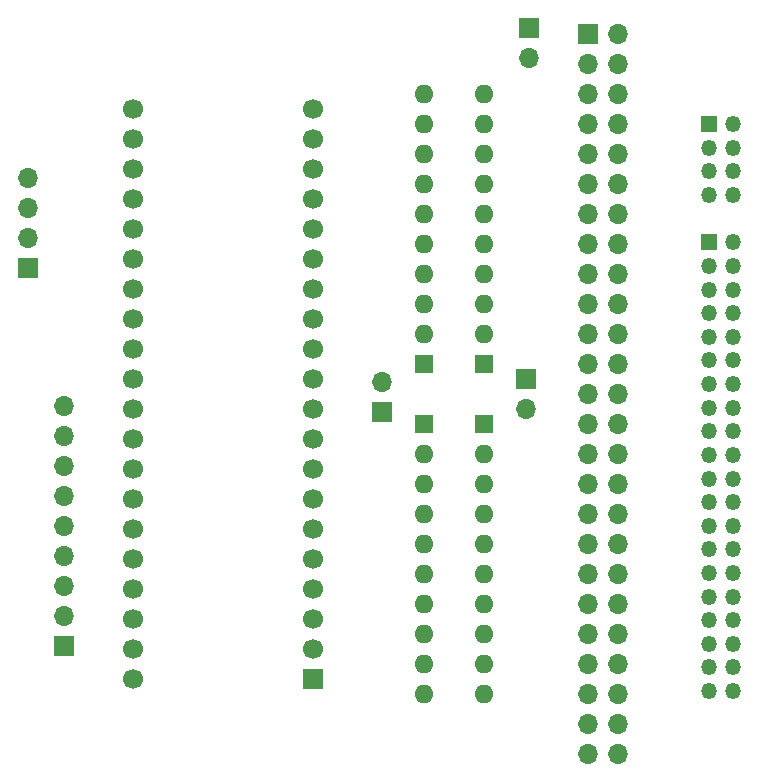
<source format=gbr>
%TF.GenerationSoftware,KiCad,Pcbnew,(5.1.8-0-10_14)*%
%TF.CreationDate,2021-04-03T20:08:11-06:00*%
%TF.ProjectId,bluescsi_powerbook,626c7565-7363-4736-995f-706f77657262,rev?*%
%TF.SameCoordinates,Original*%
%TF.FileFunction,Soldermask,Bot*%
%TF.FilePolarity,Negative*%
%FSLAX46Y46*%
G04 Gerber Fmt 4.6, Leading zero omitted, Abs format (unit mm)*
G04 Created by KiCad (PCBNEW (5.1.8-0-10_14)) date 2021-04-03 20:08:11*
%MOMM*%
%LPD*%
G01*
G04 APERTURE LIST*
%ADD10O,1.600000X1.600000*%
%ADD11R,1.600000X1.600000*%
%ADD12O,1.700000X1.700000*%
%ADD13R,1.700000X1.700000*%
%ADD14O,1.350000X1.350000*%
%ADD15R,1.350000X1.350000*%
%ADD16C,1.700000*%
G04 APERTURE END LIST*
D10*
%TO.C,RN2*%
X137160000Y-128270000D03*
X137160000Y-125730000D03*
X137160000Y-123190000D03*
X137160000Y-120650000D03*
X137160000Y-118110000D03*
X137160000Y-115570000D03*
X137160000Y-113030000D03*
X137160000Y-110490000D03*
X137160000Y-107950000D03*
D11*
X137160000Y-105410000D03*
%TD*%
D12*
%TO.C,J9*%
X146050000Y-74422000D03*
D13*
X146050000Y-71882000D03*
%TD*%
D12*
%TO.C,J8*%
X153540000Y-133350000D03*
X151000000Y-133350000D03*
X153540000Y-130810000D03*
X151000000Y-130810000D03*
X153540000Y-128270000D03*
X151000000Y-128270000D03*
X153540000Y-125730000D03*
X151000000Y-125730000D03*
X153540000Y-123190000D03*
X151000000Y-123190000D03*
X153540000Y-120650000D03*
X151000000Y-120650000D03*
X153540000Y-118110000D03*
X151000000Y-118110000D03*
X153540000Y-115570000D03*
X151000000Y-115570000D03*
X153540000Y-113030000D03*
X151000000Y-113030000D03*
X153540000Y-110490000D03*
X151000000Y-110490000D03*
X153540000Y-107950000D03*
X151000000Y-107950000D03*
X153540000Y-105410000D03*
X151000000Y-105410000D03*
X153540000Y-102870000D03*
X151000000Y-102870000D03*
X153540000Y-100330000D03*
X151000000Y-100330000D03*
X153540000Y-97790000D03*
X151000000Y-97790000D03*
X153540000Y-95250000D03*
X151000000Y-95250000D03*
X153540000Y-92710000D03*
X151000000Y-92710000D03*
X153540000Y-90170000D03*
X151000000Y-90170000D03*
X153540000Y-87630000D03*
X151000000Y-87630000D03*
X153540000Y-85090000D03*
X151000000Y-85090000D03*
X153540000Y-82550000D03*
X151000000Y-82550000D03*
X153540000Y-80010000D03*
X151000000Y-80010000D03*
X153540000Y-77470000D03*
X151000000Y-77470000D03*
X153540000Y-74930000D03*
X151000000Y-74930000D03*
X153540000Y-72390000D03*
D13*
X151000000Y-72390000D03*
%TD*%
D14*
%TO.C,J2*%
X163290000Y-86000000D03*
X161290000Y-86000000D03*
X163290000Y-84000000D03*
X161290000Y-84000000D03*
X163290000Y-82000000D03*
X161290000Y-82000000D03*
X163290000Y-80000000D03*
D15*
X161290000Y-80000000D03*
%TD*%
D12*
%TO.C,J6*%
X103632000Y-84531200D03*
X103632000Y-87071200D03*
X103632000Y-89611200D03*
D13*
X103632000Y-92151200D03*
%TD*%
D12*
%TO.C,J5*%
X133604000Y-101854000D03*
D13*
X133604000Y-104394000D03*
%TD*%
D12*
%TO.C,J4*%
X145796000Y-104140000D03*
D13*
X145796000Y-101600000D03*
%TD*%
D10*
%TO.C,RN4*%
X142240000Y-128270000D03*
X142240000Y-125730000D03*
X142240000Y-123190000D03*
X142240000Y-120650000D03*
X142240000Y-118110000D03*
X142240000Y-115570000D03*
X142240000Y-113030000D03*
X142240000Y-110490000D03*
X142240000Y-107950000D03*
D11*
X142240000Y-105410000D03*
%TD*%
D10*
%TO.C,RN3*%
X142240000Y-77470000D03*
X142240000Y-80010000D03*
X142240000Y-82550000D03*
X142240000Y-85090000D03*
X142240000Y-87630000D03*
X142240000Y-90170000D03*
X142240000Y-92710000D03*
X142240000Y-95250000D03*
X142240000Y-97790000D03*
D11*
X142240000Y-100330000D03*
%TD*%
D10*
%TO.C,RN1*%
X137160000Y-77470000D03*
X137160000Y-80010000D03*
X137160000Y-82550000D03*
X137160000Y-85090000D03*
X137160000Y-87630000D03*
X137160000Y-90170000D03*
X137160000Y-92710000D03*
X137160000Y-95250000D03*
X137160000Y-97790000D03*
D11*
X137160000Y-100330000D03*
%TD*%
D12*
%TO.C,J7*%
X106680000Y-103886000D03*
X106680000Y-106426000D03*
X106680000Y-108966000D03*
X106680000Y-111506000D03*
X106680000Y-114046000D03*
X106680000Y-116586000D03*
X106680000Y-119126000D03*
X106680000Y-121666000D03*
D13*
X106680000Y-124206000D03*
%TD*%
D14*
%TO.C,J1*%
X163290000Y-128000000D03*
X161290000Y-128000000D03*
X163290000Y-126000000D03*
X161290000Y-126000000D03*
X163290000Y-124000000D03*
X161290000Y-124000000D03*
X163290000Y-122000000D03*
X161290000Y-122000000D03*
X163290000Y-120000000D03*
X161290000Y-120000000D03*
X163290000Y-118000000D03*
X161290000Y-118000000D03*
X163290000Y-116000000D03*
X161290000Y-116000000D03*
X163290000Y-114000000D03*
X161290000Y-114000000D03*
X163290000Y-112000000D03*
X161290000Y-112000000D03*
X163290000Y-110000000D03*
X161290000Y-110000000D03*
X163290000Y-108000000D03*
X161290000Y-108000000D03*
X163290000Y-106000000D03*
X161290000Y-106000000D03*
X163290000Y-104000000D03*
X161290000Y-104000000D03*
X163290000Y-102000000D03*
X161290000Y-102000000D03*
X163290000Y-100000000D03*
X161290000Y-100000000D03*
X163290000Y-98000000D03*
X161290000Y-98000000D03*
X163290000Y-96000000D03*
X161290000Y-96000000D03*
X163290000Y-94000000D03*
X161290000Y-94000000D03*
X163290000Y-92000000D03*
X161290000Y-92000000D03*
X163290000Y-90000000D03*
D15*
X161290000Y-90000000D03*
%TD*%
D16*
%TO.C,U1*%
X112522000Y-127000000D03*
D13*
X127762000Y-127000000D03*
D16*
X112522000Y-124460000D03*
X127762000Y-124460000D03*
X112522000Y-121920000D03*
X127762000Y-121920000D03*
X112522000Y-119380000D03*
X127762000Y-119380000D03*
X112522000Y-116840000D03*
X127762000Y-116840000D03*
X112522000Y-114300000D03*
X127762000Y-114300000D03*
X112522000Y-111760000D03*
X127762000Y-111760000D03*
X112522000Y-109220000D03*
X127762000Y-109220000D03*
X112522000Y-106680000D03*
X127762000Y-106680000D03*
X112522000Y-104140000D03*
X127762000Y-104140000D03*
X112522000Y-101600000D03*
X127762000Y-101600000D03*
X112522000Y-99060000D03*
X127762000Y-99060000D03*
X112522000Y-96520000D03*
X127762000Y-96520000D03*
X112522000Y-93980000D03*
X127762000Y-93980000D03*
X112522000Y-91440000D03*
X127762000Y-91440000D03*
X112522000Y-88900000D03*
X127762000Y-88900000D03*
X112522000Y-86360000D03*
X127762000Y-86360000D03*
X112522000Y-83820000D03*
X127762000Y-83820000D03*
X112522000Y-81280000D03*
X127762000Y-81280000D03*
X112522000Y-78740000D03*
X127762000Y-78740000D03*
%TD*%
M02*

</source>
